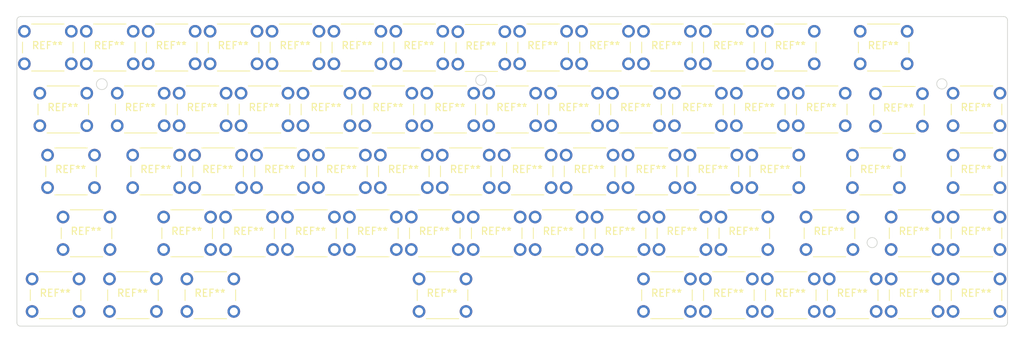
<source format=kicad_pcb>
(kicad_pcb (version 20221018) (generator pcbnew)
  (layers (0 "F.Cu" signal) (31 "B.Cu" signal) (34 "B.Paste" user) (35 "F.Paste" user) (36 "B.SilkS" user "B.Silkscreen") (37 "F.SilkS" user "F.Silkscreen") (38 "B.Mask" user) (39 "F.Mask" user) (44 "Edge.Cuts" user))
  (net 0 "")
  (footprint "Custom-Footprints:SW_PUSH_6mm" (layer "F.Cu") (at 145.393444 89.530349 180)
    (fp_text reference "REF**" (at 3.302 2.54) (layer "F.SilkS"))
    (fp_text value "SW_PUSH_6mm")
    (pad "1" thru_hole circle (at 0 0 270) (size 1.75 1.75) (drill 1.1) (layers "*.Cu" "*.Mask"))
    (pad "1" thru_hole circle (at 6.5 0 270) (size 1.75 1.75) (drill 1.1) (layers "*.Cu" "*.Mask"))
    (pad "2" thru_hole circle (at 0 4.5 270) (size 1.75 1.75) (drill 1.1) (layers "*.Cu" "*.Mask"))
    (pad "2" thru_hole circle (at 6.5 4.5 270) (size 1.75 1.75) (drill 1.1) (layers "*.Cu" "*.Mask"))
  )
  (footprint "Custom-Footprints:SW_PUSH_6mm" (layer "F.Cu") (at 166.824704 80.957845 180)
    (fp_text reference "REF**" (at 3.302 2.54) (layer "F.SilkS"))
    (fp_text value "SW_PUSH_6mm")
    (pad "1" thru_hole circle (at 0 0 270) (size 1.75 1.75) (drill 1.1) (layers "*.Cu" "*.Mask"))
    (pad "1" thru_hole circle (at 6.5 0 270) (size 1.75 1.75) (drill 1.1) (layers "*.Cu" "*.Mask"))
    (pad "2" thru_hole circle (at 0 4.5 270) (size 1.75 1.75) (drill 1.1) (layers "*.Cu" "*.Mask"))
    (pad "2" thru_hole circle (at 6.5 4.5 270) (size 1.75 1.75) (drill 1.1) (layers "*.Cu" "*.Mask"))
  )
  (footprint "Custom-Footprints:SW_PUSH_6mm" (layer "F.Cu") (at 137.892503 98.102853 180)
    (fp_text reference "REF**" (at 3.302 2.54) (layer "F.SilkS"))
    (fp_text value "SW_PUSH_6mm")
    (pad "1" thru_hole circle (at 0 0 270) (size 1.75 1.75) (drill 1.1) (layers "*.Cu" "*.Mask"))
    (pad "1" thru_hole circle (at 6.5 0 270) (size 1.75 1.75) (drill 1.1) (layers "*.Cu" "*.Mask"))
    (pad "2" thru_hole circle (at 0 4.5 270) (size 1.75 1.75) (drill 1.1) (layers "*.Cu" "*.Mask"))
    (pad "2" thru_hole circle (at 6.5 4.5 270) (size 1.75 1.75) (drill 1.1) (layers "*.Cu" "*.Mask"))
  )
  (footprint "Custom-Footprints:SW_PUSH_6mm" (layer "F.Cu") (at 117.532806 63.812837 180)
    (fp_text reference "REF**" (at 3.302 2.54) (layer "F.SilkS"))
    (fp_text value "SW_PUSH_6mm")
    (pad "1" thru_hole circle (at 0 0 270) (size 1.75 1.75) (drill 1.1) (layers "*.Cu" "*.Mask"))
    (pad "1" thru_hole circle (at 6.5 0 270) (size 1.75 1.75) (drill 1.1) (layers "*.Cu" "*.Mask"))
    (pad "2" thru_hole circle (at 0 4.5 270) (size 1.75 1.75) (drill 1.1) (layers "*.Cu" "*.Mask"))
    (pad "2" thru_hole circle (at 6.5 4.5 270) (size 1.75 1.75) (drill 1.1) (layers "*.Cu" "*.Mask"))
  )
  (footprint "Custom-Footprints:SW_PUSH_6mm" (layer "F.Cu") (at 151.822822 63.812837 180)
    (fp_text reference "REF**" (at 3.302 2.54) (layer "F.SilkS"))
    (fp_text value "SW_PUSH_6mm")
    (pad "1" thru_hole circle (at 0 0 270) (size 1.75 1.75) (drill 1.1) (layers "*.Cu" "*.Mask"))
    (pad "1" thru_hole circle (at 6.5 0 270) (size 1.75 1.75) (drill 1.1) (layers "*.Cu" "*.Mask"))
    (pad "2" thru_hole circle (at 0 4.5 270) (size 1.75 1.75) (drill 1.1) (layers "*.Cu" "*.Mask"))
    (pad "2" thru_hole circle (at 6.5 4.5 270) (size 1.75 1.75) (drill 1.1) (layers "*.Cu" "*.Mask"))
  )
  (footprint "Custom-Footprints:SW_PUSH_6mm" (layer "F.Cu") (at 198.971594 63.812837 180)
    (fp_text reference "REF**" (at 3.302 2.54) (layer "F.SilkS"))
    (fp_text value "SW_PUSH_6mm")
    (pad "1" thru_hole circle (at 0 0 270) (size 1.75 1.75) (drill 1.1) (layers "*.Cu" "*.Mask"))
    (pad "1" thru_hole circle (at 6.5 0 270) (size 1.75 1.75) (drill 1.1) (layers "*.Cu" "*.Mask"))
    (pad "2" thru_hole circle (at 0 4.5 270) (size 1.75 1.75) (drill 1.1) (layers "*.Cu" "*.Mask"))
    (pad "2" thru_hole circle (at 6.5 4.5 270) (size 1.75 1.75) (drill 1.1) (layers "*.Cu" "*.Mask"))
  )
  (footprint "Custom-Footprints:SW_PUSH_6mm" (layer "F.Cu") (at 171.110956 89.530349 180)
    (fp_text reference "REF**" (at 3.302 2.54) (layer "F.SilkS"))
    (fp_text value "SW_PUSH_6mm")
    (pad "1" thru_hole circle (at 0 0 270) (size 1.75 1.75) (drill 1.1) (layers "*.Cu" "*.Mask"))
    (pad "1" thru_hole circle (at 6.5 0 270) (size 1.75 1.75) (drill 1.1) (layers "*.Cu" "*.Mask"))
    (pad "2" thru_hole circle (at 0 4.5 270) (size 1.75 1.75) (drill 1.1) (layers "*.Cu" "*.Mask"))
    (pad "2" thru_hole circle (at 6.5 4.5 270) (size 1.75 1.75) (drill 1.1) (layers "*.Cu" "*.Mask"))
  )
  (footprint "Custom-Footprints:SW_PUSH_6mm" (layer "F.Cu") (at 147.53657 72.385341 180)
    (fp_text reference "REF**" (at 3.302 2.54) (layer "F.SilkS"))
    (fp_text value "SW_PUSH_6mm")
    (pad "1" thru_hole circle (at 0 0 270) (size 1.75 1.75) (drill 1.1) (layers "*.Cu" "*.Mask"))
    (pad "1" thru_hole circle (at 6.5 0 270) (size 1.75 1.75) (drill 1.1) (layers "*.Cu" "*.Mask"))
    (pad "2" thru_hole circle (at 0 4.5 270) (size 1.75 1.75) (drill 1.1) (layers "*.Cu" "*.Mask"))
    (pad "2" thru_hole circle (at 6.5 4.5 270) (size 1.75 1.75) (drill 1.1) (layers "*.Cu" "*.Mask"))
  )
  (footprint "Custom-Footprints:SW_PUSH_6mm" (layer "F.Cu") (at 96.101546 72.385341 180)
    (fp_text reference "REF**" (at 3.302 2.54) (layer "F.SilkS"))
    (fp_text value "SW_PUSH_6mm")
    (pad "1" thru_hole circle (at 0 0 270) (size 1.75 1.75) (drill 1.1) (layers "*.Cu" "*.Mask"))
    (pad "1" thru_hole circle (at 6.5 0 270) (size 1.75 1.75) (drill 1.1) (layers "*.Cu" "*.Mask"))
    (pad "2" thru_hole circle (at 0 4.5 270) (size 1.75 1.75) (drill 1.1) (layers "*.Cu" "*.Mask"))
    (pad "2" thru_hole circle (at 6.5 4.5 270) (size 1.75 1.75) (drill 1.1) (layers "*.Cu" "*.Mask"))
  )
  (footprint "Custom-Footprints:SW_PUSH_6mm" (layer "F.Cu") (at 173.254082 72.385341 180)
    (fp_text reference "REF**" (at 3.302 2.54) (layer "F.SilkS"))
    (fp_text value "SW_PUSH_6mm")
    (pad "1" thru_hole circle (at 0 0 270) (size 1.75 1.75) (drill 1.1) (layers "*.Cu" "*.Mask"))
    (pad "1" thru_hole circle (at 6.5 0 270) (size 1.75 1.75) (drill 1.1) (layers "*.Cu" "*.Mask"))
    (pad "2" thru_hole circle (at 0 4.5 270) (size 1.75 1.75) (drill 1.1) (layers "*.Cu" "*.Mask"))
    (pad "2" thru_hole circle (at 6.5 4.5 270) (size 1.75 1.75) (drill 1.1) (layers "*.Cu" "*.Mask"))
  )
  (footprint "Custom-Footprints:SW_PUSH_6mm" (layer "F.Cu") (at 95.029983 98.102853 180)
    (fp_text reference "REF**" (at 3.302 2.54) (layer "F.SilkS"))
    (fp_text value "SW_PUSH_6mm")
    (pad "1" thru_hole circle (at 0 0 270) (size 1.75 1.75) (drill 1.1) (layers "*.Cu" "*.Mask"))
    (pad "1" thru_hole circle (at 6.5 0 270) (size 1.75 1.75) (drill 1.1) (layers "*.Cu" "*.Mask"))
    (pad "2" thru_hole circle (at 0 4.5 270) (size 1.75 1.75) (drill 1.1) (layers "*.Cu" "*.Mask"))
    (pad "2" thru_hole circle (at 6.5 4.5 270) (size 1.75 1.75) (drill 1.1) (layers "*.Cu" "*.Mask"))
  )
  (footprint "Custom-Footprints:SW_PUSH_6mm" (layer "F.Cu") (at 86.457479 80.957845 180)
    (fp_text reference "REF**" (at 3.302 2.54) (layer "F.SilkS"))
    (fp_text value "SW_PUSH_6mm")
    (pad "1" thru_hole circle (at 0 0 270) (size 1.75 1.75) (drill 1.1) (layers "*.Cu" "*.Mask"))
    (pad "1" thru_hole circle (at 6.5 0 270) (size 1.75 1.75) (drill 1.1) (layers "*.Cu" "*.Mask"))
    (pad "2" thru_hole circle (at 0 4.5 270) (size 1.75 1.75) (drill 1.1) (layers "*.Cu" "*.Mask"))
    (pad "2" thru_hole circle (at 6.5 4.5 270) (size 1.75 1.75) (drill 1.1) (layers "*.Cu" "*.Mask"))
  )
  (footprint "Custom-Footprints:SW_PUSH_6mm" (layer "F.Cu") (at 141.107192 80.957845 180)
    (fp_text reference "REF**" (at 3.302 2.54) (layer "F.SilkS"))
    (fp_text value "SW_PUSH_6mm")
    (pad "1" thru_hole circle (at 0 0 270) (size 1.75 1.75) (drill 1.1) (layers "*.Cu" "*.Mask"))
    (pad "1" thru_hole circle (at 6.5 0 270) (size 1.75 1.75) (drill 1.1) (layers "*.Cu" "*.Mask"))
    (pad "2" thru_hole circle (at 0 4.5 270) (size 1.75 1.75) (drill 1.1) (layers "*.Cu" "*.Mask"))
    (pad "2" thru_hole circle (at 6.5 4.5 270) (size 1.75 1.75) (drill 1.1) (layers "*.Cu" "*.Mask"))
  )
  (footprint "Custom-Footprints:SW_PUSH_6mm" (layer "F.Cu") (at 168.96783 98.102853 180)
    (fp_text reference "REF**" (at 3.302 2.54) (layer "F.SilkS"))
    (fp_text value "SW_PUSH_6mm")
    (pad "1" thru_hole circle (at 0 0 270) (size 1.75 1.75) (drill 1.1) (layers "*.Cu" "*.Mask"))
    (pad "1" thru_hole circle (at 6.5 0 270) (size 1.75 1.75) (drill 1.1) (layers "*.Cu" "*.Mask"))
    (pad "2" thru_hole circle (at 0 4.5 270) (size 1.75 1.75) (drill 1.1) (layers "*.Cu" "*.Mask"))
    (pad "2" thru_hole circle (at 6.5 4.5 270) (size 1.75 1.75) (drill 1.1) (layers "*.Cu" "*.Mask"))
  )
  (footprint "Custom-Footprints:SW_PUSH_6mm" (layer "F.Cu") (at 123.962184 80.957845 180)
    (fp_text reference "REF**" (at 3.302 2.54) (layer "F.SilkS"))
    (fp_text value "SW_PUSH_6mm")
    (pad "1" thru_hole circle (at 0 0 270) (size 1.75 1.75) (drill 1.1) (layers "*.Cu" "*.Mask"))
    (pad "1" thru_hole circle (at 6.5 0 270) (size 1.75 1.75) (drill 1.1) (layers "*.Cu" "*.Mask"))
    (pad "2" thru_hole circle (at 0 4.5 270) (size 1.75 1.75) (drill 1.1) (layers "*.Cu" "*.Mask"))
    (pad "2" thru_hole circle (at 6.5 4.5 270) (size 1.75 1.75) (drill 1.1) (layers "*.Cu" "*.Mask"))
  )
  (footprint "Custom-Footprints:SW_PUSH_6mm" (layer "F.Cu") (at 126.10531 63.812837 180)
    (fp_text reference "REF**" (at 3.302 2.54) (layer "F.SilkS"))
    (fp_text value "SW_PUSH_6mm")
    (pad "1" thru_hole circle (at 0 0 270) (size 1.75 1.75) (drill 1.1) (layers "*.Cu" "*.Mask"))
    (pad "1" thru_hole circle (at 6.5 0 270) (size 1.75 1.75) (drill 1.1) (layers "*.Cu" "*.Mask"))
    (pad "2" thru_hole circle (at 0 4.5 270) (size 1.75 1.75) (drill 1.1) (layers "*.Cu" "*.Mask"))
    (pad "2" thru_hole circle (at 6.5 4.5 270) (size 1.75 1.75) (drill 1.1) (layers "*.Cu" "*.Mask"))
  )
  (footprint "Custom-Footprints:SW_PUSH_6mm" (layer "F.Cu") (at 162.538452 89.530349 180)
    (fp_text reference "REF**" (at 3.302 2.54) (layer "F.SilkS"))
    (fp_text value "SW_PUSH_6mm")
    (pad "1" thru_hole circle (at 0 0 270) (size 1.75 1.75) (drill 1.1) (layers "*.Cu" "*.Mask"))
    (pad "1" thru_hole circle (at 6.5 0 270) (size 1.75 1.75) (drill 1.1) (layers "*.Cu" "*.Mask"))
    (pad "2" thru_hole circle (at 0 4.5 270) (size 1.75 1.75) (drill 1.1) (layers "*.Cu" "*.Mask"))
    (pad "2" thru_hole circle (at 6.5 4.5 270) (size 1.75 1.75) (drill 1.1) (layers "*.Cu" "*.Mask"))
  )
  (footprint "Custom-Footprints:SW_PUSH_6mm" (layer "F.Cu") (at 175.397208 80.957845 180)
    (fp_text reference "REF**" (at 3.302 2.54) (layer "F.SilkS"))
    (fp_text value "SW_PUSH_6mm")
    (pad "1" thru_hole circle (at 0 0 270) (size 1.75 1.75) (drill 1.1) (layers "*.Cu" "*.Mask"))
    (pad "1" thru_hole circle (at 6.5 0 270) (size 1.75 1.75) (drill 1.1) (layers "*.Cu" "*.Mask"))
    (pad "2" thru_hole circle (at 0 4.5 270) (size 1.75 1.75) (drill 1.1) (layers "*.Cu" "*.Mask"))
    (pad "2" thru_hole circle (at 6.5 4.5 270) (size 1.75 1.75) (drill 1.1) (layers "*.Cu" "*.Mask"))
  )
  (footprint "Custom-Footprints:SW_PUSH_6mm" (layer "F.Cu") (at 211.83035 98.102853 180)
    (fp_text reference "REF**" (at 3.302 2.54) (layer "F.SilkS"))
    (fp_text value "SW_PUSH_6mm")
    (pad "1" thru_hole circle (at 0 0 270) (size 1.75 1.75) (drill 1.1) (layers "*.Cu" "*.Mask"))
    (pad "1" thru_hole circle (at 6.5 0 270) (size 1.75 1.75) (drill 1.1) (layers "*.Cu" "*.Mask"))
    (pad "2" thru_hole circle (at 0 4.5 270) (size 1.75 1.75) (drill 1.1) (layers "*.Cu" "*.Mask"))
    (pad "2" thru_hole circle (at 6.5 4.5 270) (size 1.75 1.75) (drill 1.1) (layers "*.Cu" "*.Mask"))
  )
  (footprint "Custom-Footprints:SW_PUSH_6mm" (layer "F.Cu") (at 119.675932 89.530349 180)
    (fp_text reference "REF**" (at 3.302 2.54) (layer "F.SilkS"))
    (fp_text value "SW_PUSH_6mm")
    (pad "1" thru_hole circle (at 0 0 270) (size 1.75 1.75) (drill 1.1) (layers "*.Cu" "*.Mask"))
    (pad "1" thru_hole circle (at 6.5 0 270) (size 1.75 1.75) (drill 1.1) (layers "*.Cu" "*.Mask"))
    (pad "2" thru_hole circle (at 0 4.5 270) (size 1.75 1.75) (drill 1.1) (layers "*.Cu" "*.Mask"))
    (pad "2" thru_hole circle (at 6.5 4.5 270) (size 1.75 1.75) (drill 1.1) (layers "*.Cu" "*.Mask"))
  )
  (footprint "Custom-Footprints:SW_PUSH_6mm" (layer "F.Cu") (at 177.540334 63.812837 180)
    (fp_text reference "REF**" (at 3.302 2.54) (layer "F.SilkS"))
    (fp_text value "SW_PUSH_6mm")
    (pad "1" thru_hole circle (at 0 0 270) (size 1.75 1.75) (drill 1.1) (layers "*.Cu" "*.Mask"))
    (pad "1" thru_hole circle (at 6.5 0 270) (size 1.75 1.75) (drill 1.1) (layers "*.Cu" "*.Mask"))
    (pad "2" thru_hole circle (at 0 4.5 270) (size 1.75 1.75) (drill 1.1) (layers "*.Cu" "*.Mask"))
    (pad "2" thru_hole circle (at 6.5 4.5 270) (size 1.75 1.75) (drill 1.1) (layers "*.Cu" "*.Mask"))
  )
  (footprint "Custom-Footprints:SW_PUSH_6mm" (layer "F.Cu") (at 186.112838 63.812837 180)
    (fp_text reference "REF**" (at 3.302 2.54) (layer "F.SilkS"))
    (fp_text value "SW_PUSH_6mm")
    (pad "1" thru_hole circle (at 0 0 270) (size 1.75 1.75) (drill 1.1) (layers "*.Cu" "*.Mask"))
    (pad "1" thru_hole circle (at 6.5 0 270) (size 1.75 1.75) (drill 1.1) (layers "*.Cu" "*.Mask"))
    (pad "2" thru_hole circle (at 0 4.5 270) (size 1.75 1.75) (drill 1.1) (layers "*.Cu" "*.Mask"))
    (pad "2" thru_hole circle (at 6.5 4.5 270) (size 1.75 1.75) (drill 1.1) (layers "*.Cu" "*.Mask"))
  )
  (footprint "Custom-Footprints:SW_PUSH_6mm" (layer "F.Cu") (at 201.092233 72.447699 180)
    (fp_text reference "REF**" (at 3.302 2.54) (layer "F.SilkS"))
    (fp_text value "SW_PUSH_6mm")
    (pad "1" thru_hole circle (at 0 0 270) (size 1.75 1.75) (drill 1.1) (layers "*.Cu" "*.Mask"))
    (pad "1" thru_hole circle (at 6.5 0 270) (size 1.75 1.75) (drill 1.1) (layers "*.Cu" "*.Mask"))
    (pad "2" thru_hole circle (at 0 4.5 270) (size 1.75 1.75) (drill 1.1) (layers "*.Cu" "*.Mask"))
    (pad "2" thru_hole circle (at 6.5 4.5 270) (size 1.75 1.75) (drill 1.1) (layers "*.Cu" "*.Mask"))
  )
  (footprint "Custom-Footprints:SW_PUSH_6mm" (layer "F.Cu") (at 130.391562 72.385341 180)
    (fp_text reference "REF**" (at 3.302 2.54) (layer "F.SilkS"))
    (fp_text value "SW_PUSH_6mm")
    (pad "1" thru_hole circle (at 0 0 270) (size 1.75 1.75) (drill 1.1) (layers "*.Cu" "*.Mask"))
    (pad "1" thru_hole circle (at 6.5 0 270) (size 1.75 1.75) (drill 1.1) (layers "*.Cu" "*.Mask"))
    (pad "2" thru_hole circle (at 0 4.5 270) (size 1.75 1.75) (drill 1.1) (layers "*.Cu" "*.Mask"))
    (pad "2" thru_hole circle (at 6.5 4.5 270) (size 1.75 1.75) (drill 1.1) (layers "*.Cu" "*.Mask"))
  )
  (footprint "Custom-Footprints:SW_PUSH_6mm" (layer "F.Cu") (at 186.112838 98.102853 180)
    (fp_text reference "REF**" (at 3.302 2.54) (layer "F.SilkS"))
    (fp_text value "SW_PUSH_6mm")
    (pad "1" thru_hole circle (at 0 0 270) (size 1.75 1.75) (drill 1.1) (layers "*.Cu" "*.Mask"))
    (pad "1" thru_hole circle (at 6.5 0 270) (size 1.75 1.75) (drill 1.1) (layers "*.Cu" "*.Mask"))
    (pad "2" thru_hole circle (at 0 4.5 270) (size 1.75 1.75) (drill 1.1) (layers "*.Cu" "*.Mask"))
    (pad "2" thru_hole circle (at 6.5 4.5 270) (size 1.75 1.75) (drill 1.1) (layers "*.Cu" "*.Mask"))
  )
  (footprint "Custom-Footprints:SW_PUSH_6mm" (layer "F.Cu") (at 158.2522 80.957845 180)
    (fp_text reference "REF**" (at 3.302 2.54) (layer "F.SilkS"))
    (fp_text value "SW_PUSH_6mm")
    (pad "1" thru_hole circle (at 0 0 270) (size 1.75 1.75) (drill 1.1) (layers "*.Cu" "*.Mask"))
    (pad "1" thru_hole circle (at 6.5 0 270) (size 1.75 1.75) (drill 1.1) (layers "*.Cu" "*.Mask"))
    (pad "2" thru_hole circle (at 0 4.5 270) (size 1.75 1.75) (drill 1.1) (layers "*.Cu" "*.Mask"))
    (pad "2" thru_hole circle (at 6.5 4.5 270) (size 1.75 1.75) (drill 1.1) (layers "*.Cu" "*.Mask"))
  )
  (footprint "Custom-Footprints:SW_PUSH_6mm" (layer "F.Cu") (at 138.964066 72.385341 180)
    (fp_text reference "REF**" (at 3.302 2.54) (layer "F.SilkS"))
    (fp_text value "SW_PUSH_6mm")
    (pad "1" thru_hole circle (at 0 0 270) (size 1.75 1.75) (drill 1.1) (layers "*.Cu" "*.Mask"))
    (pad "1" thru_hole circle (at 6.5 0 270) (size 1.75 1.75) (drill 1.1) (layers "*.Cu" "*.Mask"))
    (pad "2" thru_hole circle (at 0 4.5 270) (size 1.75 1.75) (drill 1.1) (layers "*.Cu" "*.Mask"))
    (pad "2" thru_hole circle (at 6.5 4.5 270) (size 1.75 1.75) (drill 1.1) (layers "*.Cu" "*.Mask"))
  )
  (footprint "Custom-Footprints:SW_PUSH_6mm" (layer "F.Cu") (at 203.257846 89.530349 180)
    (fp_text reference "REF**" (at 3.302 2.54) (layer "F.SilkS"))
    (fp_text value "SW_PUSH_6mm")
    (pad "1" thru_hole circle (at 0 0 270) (size 1.75 1.75) (drill 1.1) (layers "*.Cu" "*.Mask"))
    (pad "1" thru_hole circle (at 6.5 0 270) (size 1.75 1.75) (drill 1.1) (layers "*.Cu" "*.Mask"))
    (pad "2" thru_hole circle (at 0 4.5 270) (size 1.75 1.75) (drill 1.1) (layers "*.Cu" "*.Mask"))
    (pad "2" thru_hole circle (at 6.5 4.5 270) (size 1.75 1.75) (drill 1.1) (layers "*.Cu" "*.Mask"))
  )
  (footprint "Custom-Footprints:SW_PUSH_6mm" (layer "F.Cu") (at 160.395326 63.812837 180)
    (fp_text reference "REF**" (at 3.302 2.54) (layer "F.SilkS"))
    (fp_text value "SW_PUSH_6mm")
    (pad "1" thru_hole circle (at 0 0 270) (size 1.75 1.75) (drill 1.1) (layers "*.Cu" "*.Mask"))
    (pad "1" thru_hole circle (at 6.5 0 270) (size 1.75 1.75) (drill 1.1) (layers "*.Cu" "*.Mask"))
    (pad "2" thru_hole circle (at 0 4.5 270) (size 1.75 1.75) (drill 1.1) (layers "*.Cu" "*.Mask"))
    (pad "2" thru_hole circle (at 6.5 4.5 270) (size 1.75 1.75) (drill 1.1) (layers "*.Cu" "*.Mask"))
  )
  (footprint "Custom-Footprints:SW_PUSH_6mm" (layer "F.Cu") (at 104.67405 72.385341 180)
    (fp_text reference "REF**" (at 3.302 2.54) (layer "F.SilkS"))
    (fp_text value "SW_PUSH_6mm")
    (pad "1" thru_hole circle (at 0 0 270) (size 1.75 1.75) (drill 1.1) (layers "*.Cu" "*.Mask"))
    (pad "1" thru_hole circle (at 6.5 0 270) (size 1.75 1.75) (drill 1.1) (layers "*.Cu" "*.Mask"))
    (pad "2" thru_hole circle (at 0 4.5 270) (size 1.75 1.75) (drill 1.1) (layers "*.Cu" "*.Mask"))
    (pad "2" thru_hole circle (at 6.5 4.5 270) (size 1.75 1.75) (drill 1.1) (layers "*.Cu" "*.Mask"))
  )
  (footprint "Custom-Footprints:SW_PUSH_6mm" (layer "F.Cu") (at 211.83035 72.385341 180)
    (fp_text reference "REF**" (at 3.302 2.54) (layer "F.SilkS"))
    (fp_text value "SW_PUSH_6mm")
    (pad "1" thru_hole circle (at 0 0 270) (size 1.75 1.75) (drill 1.1) (layers "*.Cu" "*.Mask"))
    (pad "1" thru_hole circle (at 6.5 0 270) (size 1.75 1.75) (drill 1.1) (layers "*.Cu" "*.Mask"))
    (pad "2" thru_hole circle (at 0 4.5 270) (size 1.75 1.75) (drill 1.1) (layers "*.Cu" "*.Mask"))
    (pad "2" thru_hole circle (at 6.5 4.5 270) (size 1.75 1.75) (drill 1.1) (layers "*.Cu" "*.Mask"))
  )
  (footprint "Custom-Footprints:SW_PUSH_6mm" (layer "F.Cu") (at 156.109074 72.385341 180)
    (fp_text reference "REF**" (at 3.302 2.54) (layer "F.SilkS"))
    (fp_text value "SW_PUSH_6mm")
    (pad "1" thru_hole circle (at 0 0 270) (size 1.75 1.75) (drill 1.1) (layers "*.Cu" "*.Mask"))
    (pad "1" thru_hole circle (at 6.5 0 270) (size 1.75 1.75) (drill 1.1) (layers "*.Cu" "*.Mask"))
    (pad "2" thru_hole circle (at 0 4.5 270) (size 1.75 1.75) (drill 1.1) (layers "*.Cu" "*.Mask"))
    (pad "2" thru_hole circle (at 6.5 4.5 270) (size 1.75 1.75) (drill 1.1) (layers "*.Cu" "*.Mask"))
  )
  (footprint "Custom-Footprints:SW_PUSH_6mm" (layer "F.Cu") (at 191.470653 89.530349 180)
    (fp_text reference "REF**" (at 3.302 2.54) (layer "F.SilkS"))
    (fp_text value "SW_PUSH_6mm")
    (pad "1" thru_hole circle (at 0 0 270) (size 1.75 1.75) (drill 1.1) (layers "*.Cu" "*.Mask"))
    (pad "1" thru_hole circle (at 6.5 0 270) (size 1.75 1.75) (drill 1.1) (layers "*.Cu" "*.Mask"))
    (pad "2" thru_hole circle (at 0 4.5 270) (size 1.75 1.75) (drill 1.1) (layers "*.Cu" "*.Mask"))
    (pad "2" thru_hole circle (at 6.5 4.5 270) (size 1.75 1.75) (drill 1.1) (layers "*.Cu" "*.Mask"))
  )
  (footprint "Custom-Footprints:SW_PUSH_6mm" (layer "F.Cu") (at 136.82094 89.530349 180)
    (fp_text reference "REF**" (at 3.302 2.54) (layer "F.SilkS"))
    (fp_text value "SW_PUSH_6mm")
    (pad "1" thru_hole circle (at 0 0 270) (size 1.75 1.75) (drill 1.1) (layers "*.Cu" "*.Mask"))
    (pad "1" thru_hole circle (at 6.5 0 270) (size 1.75 1.75) (drill 1.1) (layers "*.Cu" "*.Mask"))
    (pad "2" thru_hole circle (at 0 4.5 270) (size 1.75 1.75) (drill 1.1) (layers "*.Cu" "*.Mask"))
    (pad "2" thru_hole circle (at 6.5 4.5 270) (size 1.75 1.75) (drill 1.1) (layers "*.Cu" "*.Mask"))
  )
  (footprint "Custom-Footprints:SW_PUSH_6mm" (layer "F.Cu") (at 183.969712 80.957845 180)
    (fp_text reference "REF**" (at 3.302 2.54) (layer "F.SilkS"))
    (fp_text value "SW_PUSH_6mm")
    (pad "1" thru_hole circle (at 0 0 270) (size 1.75 1.75) (drill 1.1) (layers "*.Cu" "*.Mask"))
    (pad "1" thru_hole circle (at 6.5 0 270) (size 1.75 1.75) (drill 1.1) (layers "*.Cu" "*.Mask"))
    (pad "2" thru_hole circle (at 0 4.5 270) (size 1.75 1.75) (drill 1.1) (layers "*.Cu" "*.Mask"))
    (pad "2" thru_hole circle (at 6.5 4.5 270) (size 1.75 1.75) (drill 1.1) (layers "*.Cu" "*.Mask"))
  )
  (footprint "Custom-Footprints:SW_PUSH_6mm" (layer "F.Cu") (at 203.257846 98.102853 180)
    (fp_text reference "REF**" (at 3.302 2.54) (layer "F.SilkS"))
    (fp_text value "SW_PUSH_6mm")
    (pad "1" thru_hole circle (at 0 0 270) (size 1.75 1.75) (drill 1.1) (layers "*.Cu" "*.Mask"))
    (pad "1" thru_hole circle (at 6.5 0 270) (size 1.75 1.75) (drill 1.1) (layers "*.Cu" "*.Mask"))
    (pad "2" thru_hole circle (at 0 4.5 270) (size 1.75 1.75) (drill 1.1) (layers "*.Cu" "*.Mask"))
    (pad "2" thru_hole circle (at 6.5 4.5 270) (size 1.75 1.75) (drill 1.1) (layers "*.Cu" "*.Mask"))
  )
  (footprint "Custom-Footprints:SW_PUSH_6mm" (layer "F.Cu") (at 91.815294 63.812837 180)
    (fp_text reference "REF**" (at 3.302 2.54) (layer "F.SilkS"))
    (fp_text value "SW_PUSH_6mm")
    (pad "1" thru_hole circle (at 0 0 270) (size 1.75 1.75) (drill 1.1) (layers "*.Cu" "*.Mask"))
    (pad "1" thru_hole circle (at 6.5 0 270) (size 1.75 1.75) (drill 1.1) (layers "*.Cu" "*.Mask"))
    (pad "2" thru_hole circle (at 0 4.5 270) (size 1.75 1.75) (drill 1.1) (layers "*.Cu" "*.Mask"))
    (pad "2" thru_hole circle (at 6.5 4.5 270) (size 1.75 1.75) (drill 1.1) (layers "*.Cu" "*.Mask"))
  )
  (footprint "Custom-Footprints:SW_PUSH_6mm" (layer "F.Cu") (at 105.745613 98.102853 180)
    (fp_text reference "REF**" (at 3.302 2.54) (layer "F.SilkS"))
    (fp_text value "SW_PUSH_6mm")
    (pad "1" thru_hole circle (at 0 0 270) (size 1.75 1.75) (drill 1.1) (layers "*.Cu" "*.Mask"))
    (pad "1" thru_hole circle (at 6.5 0 270) (size 1.75 1.75) (drill 1.1) (layers "*.Cu" "*.Mask"))
    (pad "2" thru_hole circle (at 0 4.5 270) (size 1.75 1.75) (drill 1.1) (layers "*.Cu" "*.Mask"))
    (pad "2" thru_hole circle (at 6.5 4.5 270) (size 1.75 1.75) (drill 1.1) (layers "*.Cu" "*.Mask"))
  )
  (footprint "Custom-Footprints:SW_PUSH_6mm" (layer "F.Cu") (at 111.103428 89.530349 180)
    (fp_text reference "REF**" (at 3.302 2.54) (layer "F.SilkS"))
    (fp_text value "SW_PUSH_6mm")
    (pad "1" thru_hole circle (at 0 0 270) (size 1.75 1.75) (drill 1.1) (layers "*.Cu" "*.Mask"))
    (pad "1" thru_hole circle (at 6.5 0 270) (size 1.75 1.75) (drill 1.1) (layers "*.Cu" "*.Mask"))
    (pad "2" thru_hole circle (at 0 4.5 270) (size 1.75 1.75) (drill 1.1) (layers "*.Cu" "*.Mask"))
    (pad "2" thru_hole circle (at 6.5 4.5 270) (size 1.75 1.75) (drill 1.1) (layers "*.Cu" "*.Mask"))
  )
  (footprint "Custom-Footprints:SW_PUSH_6mm" (layer "F.Cu") (at 132.534688 80.957845 180)
    (fp_text reference "REF**" (at 3.302 2.54) (layer "F.SilkS"))
    (fp_text value "SW_PUSH_6mm")
    (pad "1" thru_hole circle (at 0 0 270) (size 1.75 1.75) (drill 1.1) (layers "*.Cu" "*.Mask"))
    (pad "1" thru_hole circle (at 6.5 0 270) (size 1.75 1.75) (drill 1.1) (layers "*.Cu" "*.Mask"))
    (pad "2" thru_hole circle (at 0 4.5 270) (size 1.75 1.75) (drill 1.1) (layers "*.Cu" "*.Mask"))
    (pad "2" thru_hole circle (at 6.5 4.5 270) (size 1.75 1.75) (drill 1.1) (layers "*.Cu" "*.Mask"))
  )
  (footprint "Custom-Footprints:SW_PUSH_6mm" (layer "F.Cu") (at 102.530924 89.530349 180)
    (fp_text reference "REF**" (at 3.302 2.54) (layer "F.SilkS"))
    (fp_text value "SW_PUSH_6mm")
    (pad "1" thru_hole circle (at 0 0 270) (size 1.75 1.75) (drill 1.1) (layers "*.Cu" "*.Mask"))
    (pad "1" thru_hole circle (at 6.5 0 270) (size 1.75 1.75) (drill 1.1) (layers "*.Cu" "*.Mask"))
    (pad "2" thru_hole circle (at 0 4.5 270) (size 1.75 1.75) (drill 1.1) (layers "*.Cu" "*.Mask"))
    (pad "2" thru_hole circle (at 6.5 4.5 270) (size 1.75 1.75) (drill 1.1) (layers "*.Cu" "*.Mask"))
  )
  (footprint "Custom-Footprints:SW_PUSH_6mm" (layer "F.Cu") (at 164.681578 72.385341 180)
    (fp_text reference "REF**" (at 3.302 2.54) (layer "F.SilkS"))
    (fp_text value "SW_PUSH_6mm")
    (pad "1" thru_hole circle (at 0 0 270) (size 1.75 1.75) (drill 1.1) (layers "*.Cu" "*.Mask"))
    (pad "1" thru_hole circle (at 6.5 0 270) (size 1.75 1.75) (drill 1.1) (layers "*.Cu" "*.Mask"))
    (pad "2" thru_hole circle (at 0 4.5 270) (size 1.75 1.75) (drill 1.1) (layers "*.Cu" "*.Mask"))
    (pad "2" thru_hole circle (at 6.5 4.5 270) (size 1.75 1.75) (drill 1.1) (layers "*.Cu" "*.Mask"))
  )
  (footprint "Custom-Footprints:SW_PUSH_6mm" (layer "F.Cu") (at 181.826586 72.385341 180)
    (fp_text reference "REF**" (at 3.302 2.54) (layer "F.SilkS"))
    (fp_text value "SW_PUSH_6mm")
    (pad "1" thru_hole circle (at 0 0 270) (size 1.75 1.75) (drill 1.1) (layers "*.Cu" "*.Mask"))
    (pad "1" thru_hole circle (at 6.5 0 270) (size 1.75 1.75) (drill 1.1) (layers "*.Cu" "*.Mask"))
    (pad "2" thru_hole circle (at 0 4.5 270) (size 1.75 1.75) (drill 1.1) (layers "*.Cu" "*.Mask"))
    (pad "2" thru_hole circle (at 6.5 4.5 270) (size 1.75 1.75) (drill 1.1) (layers "*.Cu" "*.Mask"))
  )
  (footprint "Custom-Footprints:SW_PUSH_6mm" (layer "F.Cu") (at 194.685342 98.102853 180)
    (fp_text reference "REF**" (at 3.302 2.54) (layer "F.SilkS"))
    (fp_text value "SW_PUSH_6mm")
    (pad "1" thru_hole circle (at 0 0 270) (size 1.75 1.75) (drill 1.1) (layers "*.Cu" "*.Mask"))
    (pad "1" thru_hole circle (at 6.5 0 270) (size 1.75 1.75) (drill 1.1) (layers "*.Cu" "*.Mask"))
    (pad "2" thru_hole circle (at 0 4.5 270) (size 1.75 1.75) (drill 1.1) (layers "*.Cu" "*.Mask"))
    (pad "2" thru_hole circle (at 6.5 4.5 270) (size 1.75 1.75) (drill 1.1) (layers "*.Cu" "*.Mask"))
  )
  (footprint "Custom-Footprints:SW_PUSH_6mm" (layer "F.Cu") (at 115.38968 80.957845 180)
    (fp_text reference "REF**" (at 3.302 2.54) (layer "F.SilkS"))
    (fp_text value "SW_PUSH_6mm")
    (pad "1" thru_hole circle (at 0 0 270) (size 1.75 1.75) (drill 1.1) (layers "*.Cu" "*.Mask"))
    (pad "1" thru_hole circle (at 6.5 0 270) (size 1.75 1.75) (drill 1.1) (layers "*.Cu" "*.Mask"))
    (pad "2" thru_hole circle (at 0 4.5 270) (size 1.75 1.75) (drill 1.1) (layers "*.Cu" "*.Mask"))
    (pad "2" thru_hole circle (at 6.5 4.5 270) (size 1.75 1.75) (drill 1.1) (layers "*.Cu" "*.Mask"))
  )
  (footprint "Custom-Footprints:SW_PUSH_6mm" (layer "F.Cu") (at 153.965948 89.530349 180)
    (fp_text reference "REF**" (at 3.302 2.54) (layer "F.SilkS"))
    (fp_text value "SW_PUSH_6mm")
    (pad "1" thru_hole circle (at 0 0 270) (size 1.75 1.75) (drill 1.1) (layers "*.Cu" "*.Mask"))
    (pad "1" thru_hole circle (at 6.5 0 270) (size 1.75 1.75) (drill 1.1) (layers "*.Cu" "*.Mask"))
    (pad "2" thru_hole circle (at 0 4.5 270) (size 1.75 1.75) (drill 1.1) (layers "*.Cu" "*.Mask"))
    (pad "2" thru_hole circle (at 6.5 4.5 270) (size 1.75 1.75) (drill 1.1) (layers "*.Cu" "*.Mask"))
  )
  (footprint "Custom-Footprints:SW_PUSH_6mm" (layer "F.Cu") (at 84.314353 98.102853 180)
    (fp_text reference "REF**" (at 3.302 2.54) (layer "F.SilkS"))
    (fp_text value "SW_PUSH_6mm")
    (pad "1" thru_hole circle (at 0 0 270) (size 1.75 1.75) (drill 1.1) (layers "*.Cu" "*.Mask"))
    (pad "1" thru_hole circle (at 6.5 0 270) (size 1.75 1.75) (drill 1.1) (layers "*.Cu" "*.Mask"))
    (pad "2" thru_hole circle (at 0 4.5 270) (size 1.75 1.75) (drill 1.1) (layers "*.Cu" "*.Mask"))
    (pad "2" thru_hole circle (at 6.5 4.5 270) (size 1.75 1.75) (drill 1.1) (layers "*.Cu" "*.Mask"))
  )
  (footprint "Custom-Footprints:SW_PUSH_6mm" (layer "F.Cu") (at 190.39909 72.385341 180)
    (fp_text reference "REF**" (at 3.302 2.54) (layer "F.SilkS"))
    (fp_text value "SW_PUSH_6mm")
    (pad "1" thru_hole circle (at 0 0 270) (size 1.75 1.75) (drill 1.1) (layers "*.Cu" "*.Mask"))
    (pad "1" thru_hole circle (at 6.5 0 270) (size 1.75 1.75) (drill 1.1) (layers "*.Cu" "*.Mask"))
    (pad "2" thru_hole circle (at 0 4.5 270) (size 1.75 1.75) (drill 1.1) (layers "*.Cu" "*.Mask"))
    (pad "2" thru_hole circle (at 6.5 4.5 270) (size 1.75 1.75) (drill 1.1) (layers "*.Cu" "*.Mask"))
  )
  (footprint "Custom-Footprints:SW_PUSH_6mm" (layer "F.Cu") (at 106.817176 80.957845 180)
    (fp_text reference "REF**" (at 3.302 2.54) (layer "F.SilkS"))
    (fp_text value "SW_PUSH_6mm")
    (pad "1" thru_hole circle (at 0 0 270) (size 1.75 1.75) (drill 1.1) (layers "*.Cu" "*.Mask"))
    (pad "1" thru_hole circle (at 6.5 0 270) (size 1.75 1.75) (drill 1.1) (layers "*.Cu" "*.Mask"))
    (pad "2" thru_hole circle (at 0 4.5 270) (size 1.75 1.75) (drill 1.1) (layers "*.Cu" "*.Mask"))
    (pad "2" thru_hole circle (at 6.5 4.5 270) (size 1.75 1.75) (drill 1.1) (layers "*.Cu" "*.Mask"))
  )
  (footprint "Custom-Footprints:SW_PUSH_6mm" (layer "F.Cu") (at 179.68346 89.530349 180)
    (fp_text reference "REF**" (at 3.302 2.54) (layer "F.SilkS"))
    (fp_text value "SW_PUSH_6mm")
    (pad "1" thru_hole circle (at 0 0 270) (size 1.75 1.75) (drill 1.1) (layers "*.Cu" "*.Mask"))
    (pad "1" thru_hole circle (at 6.5 0 270) (size 1.75 1.75) (drill 1.1) (layers "*.Cu" "*.Mask"))
    (pad "2" thru_hole circle (at 0 4.5 270) (size 1.75 1.75) (drill 1.1) (layers "*.Cu" "*.Mask"))
    (pad "2" thru_hole circle (at 6.5 4.5 270) (size 1.75 1.75) (drill 1.1) (layers "*.Cu" "*.Mask"))
  )
  (footprint "Custom-Footprints:SW_PUSH_6mm" (layer "F.Cu") (at 134.677814 63.812837 180)
    (fp_text reference "REF**" (at 3.302 2.54) (layer "F.SilkS"))
    (fp_text value "SW_PUSH_6mm")
    (pad "1" thru_hole circle (at 0 0 270) (size 1.75 1.75) (drill 1.1) (layers "*.Cu" "*.Mask"))
    (pad "1" thru_hole circle (at 6.5 0 270) (size 1.75 1.75) (drill 1.1) (layers "*.Cu" "*.Mask"))
    (pad "2" thru_hole circle (at 0 4.5 270) (size 1.75 1.75) (drill 1.1) (layers "*.Cu" "*.Mask"))
    (pad "2" thru_hole circle (at 6.5 4.5 270) (size 1.75 1.75) (drill 1.1) (layers "*.Cu" "*.Mask"))
  )
  (footprint "Custom-Footprints:SW_PUSH_6mm" (layer "F.Cu") (at 85.385916 72.385341 180)
    (fp_text reference "REF**" (at 3.302 2.54) (layer "F.SilkS"))
    (fp_text value "SW_PUSH_6mm")
    (pad "1" thru_hole circle (at 0 0 270) (size 1.75 1.75) (drill 1.1) (layers "*.Cu" "*.Mask"))
    (pad "1" thru_hole circle (at 6.5 0 270) (size 1.75 1.75) (drill 1.1) (layers "*.Cu" "*.Mask"))
    (pad "2" thru_hole circle (at 0 4.5 270) (size 1.75 1.75) (drill 1.1) (layers "*.Cu" "*.Mask"))
    (pad "2" thru_hole circle (at 6.5 4.5 270) (size 1.75 1.75) (drill 1.1) (layers "*.Cu" "*.Mask"))
  )
  (footprint "Custom-Footprints:SW_PUSH_6mm" (layer "F.Cu") (at 211.83035 89.530349 180)
    (fp_text reference "REF**" (at 3.302 2.54) (layer "F.SilkS"))
    (fp_text value "SW_PUSH_6mm")
    (pad "1" thru_hole circle (at 0 0 270) (size 1.75 1.75) (drill 1.1) (layers "*.Cu" "*.Mask"))
    (pad "1" thru_hole circle (at 6.5 0 270) (size 1.75 1.75) (drill 1.1) (layers "*.Cu" "*.Mask"))
    (pad "2" thru_hole circle (at 0 4.5 270) (size 1.75 1.75) (drill 1.1) (layers "*.Cu" "*.Mask"))
    (pad "2" thru_hole circle (at 6.5 4.5 270) (size 1.75 1.75) (drill 1.1) (layers "*.Cu" "*.Mask"))
  )
  (footprint "Custom-Footprints:SW_PUSH_6mm" (layer "F.Cu") (at 149.679696 80.957845 180)
    (fp_text reference "REF**" (at 3.302 2.54) (layer "F.SilkS"))
    (fp_text value "SW_PUSH_6mm")
    (pad "1" thru_hole circle (at 0 0 270) (size 1.75 1.75) (drill 1.1) (layers "*.Cu" "*.Mask"))
    (pad "1" thru_hole circle (at 6.5 0 270) (size 1.75 1.75) (drill 1.1) (layers "*.Cu" "*.Mask"))
    (pad "2" thru_hole circle (at 0 4.5 270) (size 1.75 1.75) (drill 1.1) (layers "*.Cu" "*.Mask"))
    (pad "2" thru_hole circle (at 6.5 4.5 270) (size 1.75 1.75) (drill 1.1) (layers "*.Cu" "*.Mask"))
  )
  (footprint "Custom-Footprints:SW_PUSH_6mm" (layer "F.Cu") (at 177.540334 98.102853 180)
    (fp_text reference "REF**" (at 3.302 2.54) (layer "F.SilkS"))
    (fp_text value "SW_PUSH_6mm")
    (pad "1" thru_hole circle (at 0 0 270) (size 1.75 1.75) (drill 1.1) (layers "*.Cu" "*.Mask"))
    (pad "1" thru_hole circle (at 6.5 0 270) (size 1.75 1.75) (drill 1.1) (layers "*.Cu" "*.Mask"))
    (pad "2" thru_hole circle (at 0 4.5 270) (size 1.75 1.75) (drill 1.1) (layers "*.Cu" "*.Mask"))
    (pad "2" thru_hole circle (at 6.5 4.5 270) (size 1.75 1.75) (drill 1.1) (layers "*.Cu" "*.Mask"))
  )
  (footprint "Custom-Footprints:SW_PUSH_6mm" (layer "F.Cu") (at 211.83035 80.957845 180)
    (fp_text reference "REF**" (at 3.302 2.54) (layer "F.SilkS"))
    (fp_text value "SW_PUSH_6mm")
    (pad "1" thru_hole circle (at 0 0 270) (size 1.75 1.75) (drill 1.1) (layers "*.Cu" "*.Mask"))
    (pad "1" thru_hole circle (at 6.5 0 270) (size 1.75 1.75) (drill 1.1) (layers "*.Cu" "*.Mask"))
    (pad "2" thru_hole circle (at 0 4.5 270) (size 1.75 1.75) (drill 1.1) (layers "*.Cu" "*.Mask"))
    (pad "2" thru_hole circle (at 6.5 4.5 270) (size 1.75 1.75) (drill 1.1) (layers "*.Cu" "*.Mask"))
  )
  (footprint "Custom-Footprints:SW_PUSH_6mm" (layer "F.Cu") (at 128.248436 89.530349 180)
    (fp_text reference "REF**" (at 3.302 2.54) (layer "F.SilkS"))
    (fp_text value "SW_PUSH_6mm")
    (pad "1" thru_hole circle (at 0 0 270) (size 1.75 1.75) (drill 1.1) (layers "*.Cu" "*.Mask"))
    (pad "1" thru_hole circle (at 6.5 0 270) (size 1.75 1.75) (drill 1.1) (layers "*.Cu" "*.Mask"))
    (pad "2" thru_hole circle (at 0 4.5 270) (size 1.75 1.75) (drill 1.1) (layers "*.Cu" "*.Mask"))
    (pad "2" thru_hole circle (at 6.5 4.5 270) (size 1.75 1.75) (drill 1.1) (layers "*.Cu" "*.Mask"))
  )
  (footprint "Custom-Footprints:SW_PUSH_6mm" (layer "F.Cu") (at 98.244672 80.957845 180)
    (fp_text reference "REF**" (at 3.302 2.54) (layer "F.SilkS"))
    (fp_text value "SW_PUSH_6mm")
    (pad "1" thru_hole circle (at 0 0 270) (size 1.75 1.75) (drill 1.1) (layers "*.Cu" "*.Mask"))
    (pad "1" thru_hole circle (at 6.5 0 270) (size 1.75 1.75) (drill 1.1) (layers "*.Cu" "*.Mask"))
    (pad "2" thru_hole circle (at 0 4.5 270) (size 1.75 1.75) (drill 1.1) (layers "*.Cu" "*.Mask"))
    (pad "2" thru_hole circle (at 6.5 4.5 270) (size 1.75 1.75) (drill 1.1) (layers "*.Cu" "*.Mask"))
  )
  (footprint "Custom-Footprints:SW_PUSH_6mm" (layer "F.Cu") (at 83.24279 63.812837 180)
    (fp_text reference "REF**" (at 3.302 2.54) (layer "F.SilkS"))
    (fp_text value "SW_PUSH_6mm")
    (pad "1" thru_hole circle (at 0 0 270) (size 1.75 1.75) (drill 1.1) (layers "*.Cu" "*.Mask"))
    (pad "1" thru_hole circle (at 6.5 0 270) (size 1.75 1.75) (drill 1.1) (layers "*.Cu" "*.Mask"))
    (pad "2" thru_hole circle (at 0 4.5 270) (size 1.75 1.75) (drill 1.1) (layers "*.Cu" "*.Mask"))
    (pad "2" thru_hole circle (at 6.5 4.5 270) (size 1.75 1.75) (drill 1.1) (layers "*.Cu" "*.Mask"))
  )
  (footprint "Custom-Footprints:SW_PUSH_6mm" (layer "F.Cu") (at 143.265789 63.864086 180)
    (fp_text reference "REF**" (at 3.302 2.54) (layer "F.SilkS"))
    (fp_text value "SW_PUSH_6mm")
    (pad "1" thru_hole circle (at 0 0 270) (size 1.75 1.75) (drill 1.1) (layers "*.Cu" "*.Mask"))
    (pad "1" thru_hole circle (at 6.5 0 270) (size 1.75 1.75) (drill 1.1) (layers "*.Cu" "*.Mask"))
    (pad "2" thru_hole circle (at 0 4.5 270) (size 1.75 1.75) (drill 1.1) (layers "*.Cu" "*.Mask"))
    (pad "2" thru_hole circle (at 6.5 4.5 270) (size 1.75 1.75) (drill 1.1) (layers "*.Cu" "*.Mask"))
  )
  (footprint "Custom-Footprints:SW_PUSH_6mm" (layer "F.Cu") (at 197.900031 80.957845 180)
    (fp_text reference "REF**" (at 3.302 2.54) (layer "F.SilkS"))
    (fp_text value "SW_PUSH_6mm")
    (pad "1" thru_hole circle (at 0 0 270) (size 1.75 1.75) (drill 1.1) (layers "*.Cu" "*.Mask"))
    (pad "1" thru_hole circle (at 6.5 0 270) (size 1.75 1.75) (drill 1.1) (layers "*.Cu" "*.Mask"))
    (pad "2" thru_hole circle (at 0 4.5 270) (size 1.75 1.75) (drill 1.1) (layers "*.Cu" "*.Mask"))
    (pad "2" thru_hole circle (at 6.5 4.5 270) (size 1.75 1.75) (drill 1.1) (layers "*.Cu" "*.Mask"))
  )
  (footprint "Custom-Footprints:SW_PUSH_6mm" (layer "F.Cu") (at 113.246554 72.385341 180)
    (fp_text reference "REF**" (at 3.302 2.54) (layer "F.SilkS"))
    (fp_text value "SW_PUSH_6mm")
    (pad "1" thru_hole circle (at 0 0 270) (size 1.75 1.75) (drill 1.1) (layers "*.Cu" "*.Mask"))
    (pad "1" thru_hole circle (at 6.5 0 270) (size 1.75 1.75) (drill 1.1) (layers "*.Cu" "*.Mask"))
    (pad "2" thru_hole circle (at 0 4.5 270) (size 1.75 1.75) (drill 1.1) (layers "*.Cu" "*.Mask"))
    (pad "2" thru_hole circle (at 6.5 4.5 270) (size 1.75 1.75) (drill 1.1) (layers "*.Cu" "*.Mask"))
  )
  (footprint "Custom-Footprints:SW_PUSH_6mm" (layer "F.Cu") (at 88.600605 89.530349 180)
    (fp_text reference "REF**" (at 3.302 2.54) (layer "F.SilkS"))
    (fp_text value "SW_PUSH_6mm")
    (pad "1" thru_hole circle (at 0 0 270) (size 1.75 1.75) (drill 1.1) (layers "*.Cu" "*.Mask"))
    (pad "1" thru_hole circle (at 6.5 0 270) (size 1.75 1.75) (drill 1.1) (layers "*.Cu" "*.Mask"))
    (pad "2" thru_hole circle (at 0 4.5 270) (size 1.75 1.75) (drill 1.1) (layers "*.Cu" "*.Mask"))
    (pad "2" thru_hole circle (at 6.5 4.5 270) (size 1.75 1.75) (drill 1.1) (layers "*.Cu" "*.Mask"))
  )
  (footprint "Custom-Footprints:SW_PUSH_6mm" (layer "F.Cu") (at 108.960302 63.812837 180)
    (fp_text reference "REF**" (at 3.302 2.54) (layer "F.SilkS"))
    (fp_text value "SW_PUSH_6mm")
    (pad "1" thru_hole circle (at 0 0 270) (size 1.75 1.75) (drill 1.1) (layers "*.Cu" "*.Mask"))
    (pad "1" thru_hole circle (at 6.5 0 270) (size 1.75 1.75) (drill 1.1) (layers "*.Cu" "*.Mask"))
    (pad "2" thru_hole circle (at 0 4.5 270) (size 1.75 1.75) (drill 1.1) (layers "*.Cu" "*.Mask"))
    (pad "2" thru_hole circle (at 6.5 4.5 270) (size 1.75 1.75) (drill 1.1) (layers "*.Cu" "*.Mask"))
  )
  (footprint "Custom-Footprints:SW_PUSH_6mm" (layer "F.Cu") (at 121.819058 72.385341 180)
    (fp_text reference "REF**" (at 3.302 2.54) (layer "F.SilkS"))
    (fp_text value "SW_PUSH_6mm")
    (pad "1" thru_hole circle (at 0 0 270) (size 1.75 1.75) (drill 1.1) (layers "*.Cu" "*.Mask"))
    (pad "1" thru_hole circle (at 6.5 0 270) (size 1.75 1.75) (drill 1.1) (layers "*.Cu" "*.Mask"))
    (pad "2" thru_hole circle (at 0 4.5 270) (size 1.75 1.75) (drill 1.1) (layers "*.Cu" "*.Mask"))
    (pad "2" thru_hole circle (at 6.5 4.5 270) (size 1.75 1.75) (drill 1.1) (layers "*.Cu" "*.Mask"))
  )
  (footprint "Custom-Footprints:SW_PUSH_6mm" (layer "F.Cu") (at 100.387798 63.812837 180)
    (fp_text reference "REF**" (at 3.302 2.54) (layer "F.SilkS"))
    (fp_text value "SW_PUSH_6mm")
    (pad "1" thru_hole circle (at 0 0 270) (size 1.75 1.75) (drill 1.1) (layers "*.Cu" "*.Mask"))
    (pad "1" thru_hole circle (at 6.5 0 270) (size 1.75 1.75) (drill 1.1) (layers "*.Cu" "*.Mask"))
    (pad "2" thru_hole circle (at 0 4.5 270) (size 1.75 1.75) (drill 1.1) (layers "*.Cu" "*.Mask"))
    (pad "2" thru_hole circle (at 6.5 4.5 270) (size 1.75 1.75) (drill 1.1) (layers "*.Cu" "*.Mask"))
  )
  (footprint "Custom-Footprints:SW_PUSH_6mm" (layer "F.Cu") (at 168.96783 63.812837 180)
    (fp_text reference "REF**" (at 3.302 2.54) (layer "F.SilkS"))
    (fp_text value "SW_PUSH_6mm")
    (pad "1" thru_hole circle (at 0 0 270) (size 1.75 1.75) (drill 1.1) (layers "*.Cu" "*.Mask"))
    (pad "1" thru_hole circle (at 6.5 0 270) (size 1.75 1.75) (drill 1.1) (layers "*.Cu" "*.Mask"))
    (pad "2" thru_hole circle (at 0 4.5 270) (size 1.75 1.75) (drill 1.1) (layers "*.Cu" "*.Mask"))
    (pad "2" thru_hole circle (at 6.5 4.5 270) (size 1.75 1.75) (drill 1.1) (layers "*.Cu" "*.Mask"))
  )
  (gr_circle (center 87.47035 66.632853) (end 86.95035 66.082853) (stroke (width 0.1)) (fill none) (layer "Edge.Cuts"))
  (gr_arc (start 75.706538 57.776585) (mid 75.852985 57.423032) (end 76.206538 57.276585) (stroke (width 0.1)) (layer "Edge.Cuts"))
  (gr_line (start 75.706538 99.639105) (end 75.706538 57.776585) (stroke (width 0.1)) (layer "Edge.Cuts"))
  (gr_arc (start 212.366602 57.276585) (mid 212.720155 57.423032) (end 212.866602 57.776585) (stroke (width 0.1)) (layer "Edge.Cuts"))
  (gr_line (start 212.366602 100.139105) (end 76.206538 100.139105) (stroke (width 0.1)) (layer "Edge.Cuts"))
  (gr_line (start 76.206538 57.276585) (end 212.366602 57.276585) (stroke (width 0.1)) (layer "Edge.Cuts"))
  (gr_circle (center 139.97279 66.072837) (end 140.48279 66.602837) (stroke (width 0.1)) (fill none) (layer "Edge.Cuts"))
  (gr_line (start 212.866602 57.776585) (end 212.866602 99.639105) (stroke (width 0.1)) (layer "Edge.Cuts"))
  (gr_circle (center 203.78035 66.592853) (end 203.23035 66.142853) (stroke (width 0.1)) (fill none) (layer "Edge.Cuts"))
  (gr_arc (start 76.206538 100.139105) (mid 75.852958 99.992672) (end 75.706538 99.639105) (stroke (width 0.1)) (layer "Edge.Cuts"))
  (gr_circle (center 194.13035 88.572853) (end 194.67035 88.122853) (stroke (width 0.1)) (fill none) (layer "Edge.Cuts"))
  (gr_arc (start 212.866602 99.639105) (mid 212.720155 99.992658) (end 212.366602 100.139105) (stroke (width 0.1)) (layer "Edge.Cuts"))
)
</source>
